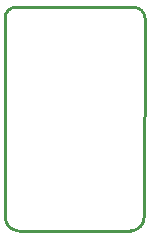
<source format=gko>
G04*
G04 #@! TF.GenerationSoftware,Altium Limited,Altium Designer,21.9.1 (22)*
G04*
G04 Layer_Color=16711935*
%FSLAX25Y25*%
%MOIN*%
G70*
G04*
G04 #@! TF.SameCoordinates,9576BD0E-73BF-4861-8540-BB655C5FDD5B*
G04*
G04*
G04 #@! TF.FilePolarity,Positive*
G04*
G01*
G75*
%ADD12C,0.01000*%
D12*
X338632Y354000D02*
G03*
X335138Y350506I0J-3494D01*
G01*
X381678D02*
G03*
X378184Y354000I-3494J0D01*
G01*
X335182Y284006D02*
G03*
X339682Y279506I4500J0D01*
G01*
X377009D02*
G03*
X381509Y284006I0J4500D01*
G01*
X347672Y354000D02*
X369144D01*
X381599Y284096D02*
X381678Y350506D01*
X335138Y284049D02*
Y350506D01*
X339682Y279506D02*
X377009D01*
X369144Y354000D02*
X378184D01*
X338632D02*
X347672D01*
M02*

</source>
